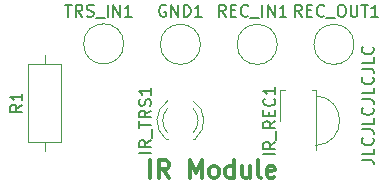
<source format=gto>
G04 #@! TF.GenerationSoftware,KiCad,Pcbnew,9.0.2*
G04 #@! TF.CreationDate,2025-06-20T02:48:36-04:00*
G04 #@! TF.ProjectId,IR_Prototype,49525f50-726f-4746-9f74-7970652e6b69,rev?*
G04 #@! TF.SameCoordinates,Original*
G04 #@! TF.FileFunction,Legend,Top*
G04 #@! TF.FilePolarity,Positive*
%FSLAX46Y46*%
G04 Gerber Fmt 4.6, Leading zero omitted, Abs format (unit mm)*
G04 Created by KiCad (PCBNEW 9.0.2) date 2025-06-20 02:48:36*
%MOMM*%
%LPD*%
G01*
G04 APERTURE LIST*
%ADD10C,0.152400*%
%ADD11C,0.300000*%
%ADD12C,0.150000*%
%ADD13C,0.120000*%
G04 APERTURE END LIST*
D10*
X62869694Y-48775927D02*
X63583979Y-48775927D01*
X63583979Y-48775927D02*
X63726836Y-48823546D01*
X63726836Y-48823546D02*
X63822075Y-48918784D01*
X63822075Y-48918784D02*
X63869694Y-49061641D01*
X63869694Y-49061641D02*
X63869694Y-49156879D01*
X63869694Y-47823546D02*
X63869694Y-48299736D01*
X63869694Y-48299736D02*
X62869694Y-48299736D01*
X63774455Y-46918784D02*
X63822075Y-46966403D01*
X63822075Y-46966403D02*
X63869694Y-47109260D01*
X63869694Y-47109260D02*
X63869694Y-47204498D01*
X63869694Y-47204498D02*
X63822075Y-47347355D01*
X63822075Y-47347355D02*
X63726836Y-47442593D01*
X63726836Y-47442593D02*
X63631598Y-47490212D01*
X63631598Y-47490212D02*
X63441122Y-47537831D01*
X63441122Y-47537831D02*
X63298265Y-47537831D01*
X63298265Y-47537831D02*
X63107789Y-47490212D01*
X63107789Y-47490212D02*
X63012551Y-47442593D01*
X63012551Y-47442593D02*
X62917313Y-47347355D01*
X62917313Y-47347355D02*
X62869694Y-47204498D01*
X62869694Y-47204498D02*
X62869694Y-47109260D01*
X62869694Y-47109260D02*
X62917313Y-46966403D01*
X62917313Y-46966403D02*
X62964932Y-46918784D01*
X62869694Y-46204498D02*
X63583979Y-46204498D01*
X63583979Y-46204498D02*
X63726836Y-46252117D01*
X63726836Y-46252117D02*
X63822075Y-46347355D01*
X63822075Y-46347355D02*
X63869694Y-46490212D01*
X63869694Y-46490212D02*
X63869694Y-46585450D01*
X63869694Y-45252117D02*
X63869694Y-45728307D01*
X63869694Y-45728307D02*
X62869694Y-45728307D01*
X63774455Y-44347355D02*
X63822075Y-44394974D01*
X63822075Y-44394974D02*
X63869694Y-44537831D01*
X63869694Y-44537831D02*
X63869694Y-44633069D01*
X63869694Y-44633069D02*
X63822075Y-44775926D01*
X63822075Y-44775926D02*
X63726836Y-44871164D01*
X63726836Y-44871164D02*
X63631598Y-44918783D01*
X63631598Y-44918783D02*
X63441122Y-44966402D01*
X63441122Y-44966402D02*
X63298265Y-44966402D01*
X63298265Y-44966402D02*
X63107789Y-44918783D01*
X63107789Y-44918783D02*
X63012551Y-44871164D01*
X63012551Y-44871164D02*
X62917313Y-44775926D01*
X62917313Y-44775926D02*
X62869694Y-44633069D01*
X62869694Y-44633069D02*
X62869694Y-44537831D01*
X62869694Y-44537831D02*
X62917313Y-44394974D01*
X62917313Y-44394974D02*
X62964932Y-44347355D01*
X62869694Y-43633069D02*
X63583979Y-43633069D01*
X63583979Y-43633069D02*
X63726836Y-43680688D01*
X63726836Y-43680688D02*
X63822075Y-43775926D01*
X63822075Y-43775926D02*
X63869694Y-43918783D01*
X63869694Y-43918783D02*
X63869694Y-44014021D01*
X63869694Y-42680688D02*
X63869694Y-43156878D01*
X63869694Y-43156878D02*
X62869694Y-43156878D01*
X63774455Y-41775926D02*
X63822075Y-41823545D01*
X63822075Y-41823545D02*
X63869694Y-41966402D01*
X63869694Y-41966402D02*
X63869694Y-42061640D01*
X63869694Y-42061640D02*
X63822075Y-42204497D01*
X63822075Y-42204497D02*
X63726836Y-42299735D01*
X63726836Y-42299735D02*
X63631598Y-42347354D01*
X63631598Y-42347354D02*
X63441122Y-42394973D01*
X63441122Y-42394973D02*
X63298265Y-42394973D01*
X63298265Y-42394973D02*
X63107789Y-42347354D01*
X63107789Y-42347354D02*
X63012551Y-42299735D01*
X63012551Y-42299735D02*
X62917313Y-42204497D01*
X62917313Y-42204497D02*
X62869694Y-42061640D01*
X62869694Y-42061640D02*
X62869694Y-41966402D01*
X62869694Y-41966402D02*
X62917313Y-41823545D01*
X62917313Y-41823545D02*
X62964932Y-41775926D01*
X62869694Y-41061640D02*
X63583979Y-41061640D01*
X63583979Y-41061640D02*
X63726836Y-41109259D01*
X63726836Y-41109259D02*
X63822075Y-41204497D01*
X63822075Y-41204497D02*
X63869694Y-41347354D01*
X63869694Y-41347354D02*
X63869694Y-41442592D01*
X63869694Y-40109259D02*
X63869694Y-40585449D01*
X63869694Y-40585449D02*
X62869694Y-40585449D01*
X63774455Y-39204497D02*
X63822075Y-39252116D01*
X63822075Y-39252116D02*
X63869694Y-39394973D01*
X63869694Y-39394973D02*
X63869694Y-39490211D01*
X63869694Y-39490211D02*
X63822075Y-39633068D01*
X63822075Y-39633068D02*
X63726836Y-39728306D01*
X63726836Y-39728306D02*
X63631598Y-39775925D01*
X63631598Y-39775925D02*
X63441122Y-39823544D01*
X63441122Y-39823544D02*
X63298265Y-39823544D01*
X63298265Y-39823544D02*
X63107789Y-39775925D01*
X63107789Y-39775925D02*
X63012551Y-39728306D01*
X63012551Y-39728306D02*
X62917313Y-39633068D01*
X62917313Y-39633068D02*
X62869694Y-39490211D01*
X62869694Y-39490211D02*
X62869694Y-39394973D01*
X62869694Y-39394973D02*
X62917313Y-39252116D01*
X62917313Y-39252116D02*
X62964932Y-39204497D01*
D11*
X44954510Y-50300828D02*
X44954510Y-48800828D01*
X46525939Y-50300828D02*
X46025939Y-49586542D01*
X45668796Y-50300828D02*
X45668796Y-48800828D01*
X45668796Y-48800828D02*
X46240225Y-48800828D01*
X46240225Y-48800828D02*
X46383082Y-48872257D01*
X46383082Y-48872257D02*
X46454511Y-48943685D01*
X46454511Y-48943685D02*
X46525939Y-49086542D01*
X46525939Y-49086542D02*
X46525939Y-49300828D01*
X46525939Y-49300828D02*
X46454511Y-49443685D01*
X46454511Y-49443685D02*
X46383082Y-49515114D01*
X46383082Y-49515114D02*
X46240225Y-49586542D01*
X46240225Y-49586542D02*
X45668796Y-49586542D01*
X48311653Y-50300828D02*
X48311653Y-48800828D01*
X48311653Y-48800828D02*
X48811653Y-49872257D01*
X48811653Y-49872257D02*
X49311653Y-48800828D01*
X49311653Y-48800828D02*
X49311653Y-50300828D01*
X50240225Y-50300828D02*
X50097368Y-50229400D01*
X50097368Y-50229400D02*
X50025939Y-50157971D01*
X50025939Y-50157971D02*
X49954511Y-50015114D01*
X49954511Y-50015114D02*
X49954511Y-49586542D01*
X49954511Y-49586542D02*
X50025939Y-49443685D01*
X50025939Y-49443685D02*
X50097368Y-49372257D01*
X50097368Y-49372257D02*
X50240225Y-49300828D01*
X50240225Y-49300828D02*
X50454511Y-49300828D01*
X50454511Y-49300828D02*
X50597368Y-49372257D01*
X50597368Y-49372257D02*
X50668797Y-49443685D01*
X50668797Y-49443685D02*
X50740225Y-49586542D01*
X50740225Y-49586542D02*
X50740225Y-50015114D01*
X50740225Y-50015114D02*
X50668797Y-50157971D01*
X50668797Y-50157971D02*
X50597368Y-50229400D01*
X50597368Y-50229400D02*
X50454511Y-50300828D01*
X50454511Y-50300828D02*
X50240225Y-50300828D01*
X52025940Y-50300828D02*
X52025940Y-48800828D01*
X52025940Y-50229400D02*
X51883082Y-50300828D01*
X51883082Y-50300828D02*
X51597368Y-50300828D01*
X51597368Y-50300828D02*
X51454511Y-50229400D01*
X51454511Y-50229400D02*
X51383082Y-50157971D01*
X51383082Y-50157971D02*
X51311654Y-50015114D01*
X51311654Y-50015114D02*
X51311654Y-49586542D01*
X51311654Y-49586542D02*
X51383082Y-49443685D01*
X51383082Y-49443685D02*
X51454511Y-49372257D01*
X51454511Y-49372257D02*
X51597368Y-49300828D01*
X51597368Y-49300828D02*
X51883082Y-49300828D01*
X51883082Y-49300828D02*
X52025940Y-49372257D01*
X53383083Y-49300828D02*
X53383083Y-50300828D01*
X52740225Y-49300828D02*
X52740225Y-50086542D01*
X52740225Y-50086542D02*
X52811654Y-50229400D01*
X52811654Y-50229400D02*
X52954511Y-50300828D01*
X52954511Y-50300828D02*
X53168797Y-50300828D01*
X53168797Y-50300828D02*
X53311654Y-50229400D01*
X53311654Y-50229400D02*
X53383083Y-50157971D01*
X54311654Y-50300828D02*
X54168797Y-50229400D01*
X54168797Y-50229400D02*
X54097368Y-50086542D01*
X54097368Y-50086542D02*
X54097368Y-48800828D01*
X55454511Y-50229400D02*
X55311654Y-50300828D01*
X55311654Y-50300828D02*
X55025940Y-50300828D01*
X55025940Y-50300828D02*
X54883082Y-50229400D01*
X54883082Y-50229400D02*
X54811654Y-50086542D01*
X54811654Y-50086542D02*
X54811654Y-49515114D01*
X54811654Y-49515114D02*
X54883082Y-49372257D01*
X54883082Y-49372257D02*
X55025940Y-49300828D01*
X55025940Y-49300828D02*
X55311654Y-49300828D01*
X55311654Y-49300828D02*
X55454511Y-49372257D01*
X55454511Y-49372257D02*
X55525940Y-49515114D01*
X55525940Y-49515114D02*
X55525940Y-49657971D01*
X55525940Y-49657971D02*
X54811654Y-49800828D01*
D12*
X37719048Y-35654819D02*
X38290476Y-35654819D01*
X38004762Y-36654819D02*
X38004762Y-35654819D01*
X39195238Y-36654819D02*
X38861905Y-36178628D01*
X38623810Y-36654819D02*
X38623810Y-35654819D01*
X38623810Y-35654819D02*
X39004762Y-35654819D01*
X39004762Y-35654819D02*
X39100000Y-35702438D01*
X39100000Y-35702438D02*
X39147619Y-35750057D01*
X39147619Y-35750057D02*
X39195238Y-35845295D01*
X39195238Y-35845295D02*
X39195238Y-35988152D01*
X39195238Y-35988152D02*
X39147619Y-36083390D01*
X39147619Y-36083390D02*
X39100000Y-36131009D01*
X39100000Y-36131009D02*
X39004762Y-36178628D01*
X39004762Y-36178628D02*
X38623810Y-36178628D01*
X39576191Y-36607200D02*
X39719048Y-36654819D01*
X39719048Y-36654819D02*
X39957143Y-36654819D01*
X39957143Y-36654819D02*
X40052381Y-36607200D01*
X40052381Y-36607200D02*
X40100000Y-36559580D01*
X40100000Y-36559580D02*
X40147619Y-36464342D01*
X40147619Y-36464342D02*
X40147619Y-36369104D01*
X40147619Y-36369104D02*
X40100000Y-36273866D01*
X40100000Y-36273866D02*
X40052381Y-36226247D01*
X40052381Y-36226247D02*
X39957143Y-36178628D01*
X39957143Y-36178628D02*
X39766667Y-36131009D01*
X39766667Y-36131009D02*
X39671429Y-36083390D01*
X39671429Y-36083390D02*
X39623810Y-36035771D01*
X39623810Y-36035771D02*
X39576191Y-35940533D01*
X39576191Y-35940533D02*
X39576191Y-35845295D01*
X39576191Y-35845295D02*
X39623810Y-35750057D01*
X39623810Y-35750057D02*
X39671429Y-35702438D01*
X39671429Y-35702438D02*
X39766667Y-35654819D01*
X39766667Y-35654819D02*
X40004762Y-35654819D01*
X40004762Y-35654819D02*
X40147619Y-35702438D01*
X40338096Y-36750057D02*
X41100000Y-36750057D01*
X41338096Y-36654819D02*
X41338096Y-35654819D01*
X41814286Y-36654819D02*
X41814286Y-35654819D01*
X41814286Y-35654819D02*
X42385714Y-36654819D01*
X42385714Y-36654819D02*
X42385714Y-35654819D01*
X43385714Y-36654819D02*
X42814286Y-36654819D01*
X43100000Y-36654819D02*
X43100000Y-35654819D01*
X43100000Y-35654819D02*
X43004762Y-35797676D01*
X43004762Y-35797676D02*
X42909524Y-35892914D01*
X42909524Y-35892914D02*
X42814286Y-35940533D01*
X57771428Y-36654819D02*
X57438095Y-36178628D01*
X57200000Y-36654819D02*
X57200000Y-35654819D01*
X57200000Y-35654819D02*
X57580952Y-35654819D01*
X57580952Y-35654819D02*
X57676190Y-35702438D01*
X57676190Y-35702438D02*
X57723809Y-35750057D01*
X57723809Y-35750057D02*
X57771428Y-35845295D01*
X57771428Y-35845295D02*
X57771428Y-35988152D01*
X57771428Y-35988152D02*
X57723809Y-36083390D01*
X57723809Y-36083390D02*
X57676190Y-36131009D01*
X57676190Y-36131009D02*
X57580952Y-36178628D01*
X57580952Y-36178628D02*
X57200000Y-36178628D01*
X58200000Y-36131009D02*
X58533333Y-36131009D01*
X58676190Y-36654819D02*
X58200000Y-36654819D01*
X58200000Y-36654819D02*
X58200000Y-35654819D01*
X58200000Y-35654819D02*
X58676190Y-35654819D01*
X59676190Y-36559580D02*
X59628571Y-36607200D01*
X59628571Y-36607200D02*
X59485714Y-36654819D01*
X59485714Y-36654819D02*
X59390476Y-36654819D01*
X59390476Y-36654819D02*
X59247619Y-36607200D01*
X59247619Y-36607200D02*
X59152381Y-36511961D01*
X59152381Y-36511961D02*
X59104762Y-36416723D01*
X59104762Y-36416723D02*
X59057143Y-36226247D01*
X59057143Y-36226247D02*
X59057143Y-36083390D01*
X59057143Y-36083390D02*
X59104762Y-35892914D01*
X59104762Y-35892914D02*
X59152381Y-35797676D01*
X59152381Y-35797676D02*
X59247619Y-35702438D01*
X59247619Y-35702438D02*
X59390476Y-35654819D01*
X59390476Y-35654819D02*
X59485714Y-35654819D01*
X59485714Y-35654819D02*
X59628571Y-35702438D01*
X59628571Y-35702438D02*
X59676190Y-35750057D01*
X59866667Y-36750057D02*
X60628571Y-36750057D01*
X61057143Y-35654819D02*
X61247619Y-35654819D01*
X61247619Y-35654819D02*
X61342857Y-35702438D01*
X61342857Y-35702438D02*
X61438095Y-35797676D01*
X61438095Y-35797676D02*
X61485714Y-35988152D01*
X61485714Y-35988152D02*
X61485714Y-36321485D01*
X61485714Y-36321485D02*
X61438095Y-36511961D01*
X61438095Y-36511961D02*
X61342857Y-36607200D01*
X61342857Y-36607200D02*
X61247619Y-36654819D01*
X61247619Y-36654819D02*
X61057143Y-36654819D01*
X61057143Y-36654819D02*
X60961905Y-36607200D01*
X60961905Y-36607200D02*
X60866667Y-36511961D01*
X60866667Y-36511961D02*
X60819048Y-36321485D01*
X60819048Y-36321485D02*
X60819048Y-35988152D01*
X60819048Y-35988152D02*
X60866667Y-35797676D01*
X60866667Y-35797676D02*
X60961905Y-35702438D01*
X60961905Y-35702438D02*
X61057143Y-35654819D01*
X61914286Y-35654819D02*
X61914286Y-36464342D01*
X61914286Y-36464342D02*
X61961905Y-36559580D01*
X61961905Y-36559580D02*
X62009524Y-36607200D01*
X62009524Y-36607200D02*
X62104762Y-36654819D01*
X62104762Y-36654819D02*
X62295238Y-36654819D01*
X62295238Y-36654819D02*
X62390476Y-36607200D01*
X62390476Y-36607200D02*
X62438095Y-36559580D01*
X62438095Y-36559580D02*
X62485714Y-36464342D01*
X62485714Y-36464342D02*
X62485714Y-35654819D01*
X62819048Y-35654819D02*
X63390476Y-35654819D01*
X63104762Y-36654819D02*
X63104762Y-35654819D01*
X64247619Y-36654819D02*
X63676191Y-36654819D01*
X63961905Y-36654819D02*
X63961905Y-35654819D01*
X63961905Y-35654819D02*
X63866667Y-35797676D01*
X63866667Y-35797676D02*
X63771429Y-35892914D01*
X63771429Y-35892914D02*
X63676191Y-35940533D01*
X46261904Y-35702438D02*
X46166666Y-35654819D01*
X46166666Y-35654819D02*
X46023809Y-35654819D01*
X46023809Y-35654819D02*
X45880952Y-35702438D01*
X45880952Y-35702438D02*
X45785714Y-35797676D01*
X45785714Y-35797676D02*
X45738095Y-35892914D01*
X45738095Y-35892914D02*
X45690476Y-36083390D01*
X45690476Y-36083390D02*
X45690476Y-36226247D01*
X45690476Y-36226247D02*
X45738095Y-36416723D01*
X45738095Y-36416723D02*
X45785714Y-36511961D01*
X45785714Y-36511961D02*
X45880952Y-36607200D01*
X45880952Y-36607200D02*
X46023809Y-36654819D01*
X46023809Y-36654819D02*
X46119047Y-36654819D01*
X46119047Y-36654819D02*
X46261904Y-36607200D01*
X46261904Y-36607200D02*
X46309523Y-36559580D01*
X46309523Y-36559580D02*
X46309523Y-36226247D01*
X46309523Y-36226247D02*
X46119047Y-36226247D01*
X46738095Y-36654819D02*
X46738095Y-35654819D01*
X46738095Y-35654819D02*
X47309523Y-36654819D01*
X47309523Y-36654819D02*
X47309523Y-35654819D01*
X47785714Y-36654819D02*
X47785714Y-35654819D01*
X47785714Y-35654819D02*
X48023809Y-35654819D01*
X48023809Y-35654819D02*
X48166666Y-35702438D01*
X48166666Y-35702438D02*
X48261904Y-35797676D01*
X48261904Y-35797676D02*
X48309523Y-35892914D01*
X48309523Y-35892914D02*
X48357142Y-36083390D01*
X48357142Y-36083390D02*
X48357142Y-36226247D01*
X48357142Y-36226247D02*
X48309523Y-36416723D01*
X48309523Y-36416723D02*
X48261904Y-36511961D01*
X48261904Y-36511961D02*
X48166666Y-36607200D01*
X48166666Y-36607200D02*
X48023809Y-36654819D01*
X48023809Y-36654819D02*
X47785714Y-36654819D01*
X49309523Y-36654819D02*
X48738095Y-36654819D01*
X49023809Y-36654819D02*
X49023809Y-35654819D01*
X49023809Y-35654819D02*
X48928571Y-35797676D01*
X48928571Y-35797676D02*
X48833333Y-35892914D01*
X48833333Y-35892914D02*
X48738095Y-35940533D01*
X51338095Y-36654819D02*
X51004762Y-36178628D01*
X50766667Y-36654819D02*
X50766667Y-35654819D01*
X50766667Y-35654819D02*
X51147619Y-35654819D01*
X51147619Y-35654819D02*
X51242857Y-35702438D01*
X51242857Y-35702438D02*
X51290476Y-35750057D01*
X51290476Y-35750057D02*
X51338095Y-35845295D01*
X51338095Y-35845295D02*
X51338095Y-35988152D01*
X51338095Y-35988152D02*
X51290476Y-36083390D01*
X51290476Y-36083390D02*
X51242857Y-36131009D01*
X51242857Y-36131009D02*
X51147619Y-36178628D01*
X51147619Y-36178628D02*
X50766667Y-36178628D01*
X51766667Y-36131009D02*
X52100000Y-36131009D01*
X52242857Y-36654819D02*
X51766667Y-36654819D01*
X51766667Y-36654819D02*
X51766667Y-35654819D01*
X51766667Y-35654819D02*
X52242857Y-35654819D01*
X53242857Y-36559580D02*
X53195238Y-36607200D01*
X53195238Y-36607200D02*
X53052381Y-36654819D01*
X53052381Y-36654819D02*
X52957143Y-36654819D01*
X52957143Y-36654819D02*
X52814286Y-36607200D01*
X52814286Y-36607200D02*
X52719048Y-36511961D01*
X52719048Y-36511961D02*
X52671429Y-36416723D01*
X52671429Y-36416723D02*
X52623810Y-36226247D01*
X52623810Y-36226247D02*
X52623810Y-36083390D01*
X52623810Y-36083390D02*
X52671429Y-35892914D01*
X52671429Y-35892914D02*
X52719048Y-35797676D01*
X52719048Y-35797676D02*
X52814286Y-35702438D01*
X52814286Y-35702438D02*
X52957143Y-35654819D01*
X52957143Y-35654819D02*
X53052381Y-35654819D01*
X53052381Y-35654819D02*
X53195238Y-35702438D01*
X53195238Y-35702438D02*
X53242857Y-35750057D01*
X53433334Y-36750057D02*
X54195238Y-36750057D01*
X54433334Y-36654819D02*
X54433334Y-35654819D01*
X54909524Y-36654819D02*
X54909524Y-35654819D01*
X54909524Y-35654819D02*
X55480952Y-36654819D01*
X55480952Y-36654819D02*
X55480952Y-35654819D01*
X56480952Y-36654819D02*
X55909524Y-36654819D01*
X56195238Y-36654819D02*
X56195238Y-35654819D01*
X56195238Y-35654819D02*
X56100000Y-35797676D01*
X56100000Y-35797676D02*
X56004762Y-35892914D01*
X56004762Y-35892914D02*
X55909524Y-35940533D01*
X34084819Y-44126666D02*
X33608628Y-44459999D01*
X34084819Y-44698094D02*
X33084819Y-44698094D01*
X33084819Y-44698094D02*
X33084819Y-44317142D01*
X33084819Y-44317142D02*
X33132438Y-44221904D01*
X33132438Y-44221904D02*
X33180057Y-44174285D01*
X33180057Y-44174285D02*
X33275295Y-44126666D01*
X33275295Y-44126666D02*
X33418152Y-44126666D01*
X33418152Y-44126666D02*
X33513390Y-44174285D01*
X33513390Y-44174285D02*
X33561009Y-44221904D01*
X33561009Y-44221904D02*
X33608628Y-44317142D01*
X33608628Y-44317142D02*
X33608628Y-44698094D01*
X34084819Y-43174285D02*
X34084819Y-43745713D01*
X34084819Y-43459999D02*
X33084819Y-43459999D01*
X33084819Y-43459999D02*
X33227676Y-43555237D01*
X33227676Y-43555237D02*
X33322914Y-43650475D01*
X33322914Y-43650475D02*
X33370533Y-43745713D01*
X44994819Y-48174285D02*
X43994819Y-48174285D01*
X44994819Y-47126667D02*
X44518628Y-47460000D01*
X44994819Y-47698095D02*
X43994819Y-47698095D01*
X43994819Y-47698095D02*
X43994819Y-47317143D01*
X43994819Y-47317143D02*
X44042438Y-47221905D01*
X44042438Y-47221905D02*
X44090057Y-47174286D01*
X44090057Y-47174286D02*
X44185295Y-47126667D01*
X44185295Y-47126667D02*
X44328152Y-47126667D01*
X44328152Y-47126667D02*
X44423390Y-47174286D01*
X44423390Y-47174286D02*
X44471009Y-47221905D01*
X44471009Y-47221905D02*
X44518628Y-47317143D01*
X44518628Y-47317143D02*
X44518628Y-47698095D01*
X45090057Y-46936191D02*
X45090057Y-46174286D01*
X43994819Y-46079047D02*
X43994819Y-45507619D01*
X44994819Y-45793333D02*
X43994819Y-45793333D01*
X44994819Y-44602857D02*
X44518628Y-44936190D01*
X44994819Y-45174285D02*
X43994819Y-45174285D01*
X43994819Y-45174285D02*
X43994819Y-44793333D01*
X43994819Y-44793333D02*
X44042438Y-44698095D01*
X44042438Y-44698095D02*
X44090057Y-44650476D01*
X44090057Y-44650476D02*
X44185295Y-44602857D01*
X44185295Y-44602857D02*
X44328152Y-44602857D01*
X44328152Y-44602857D02*
X44423390Y-44650476D01*
X44423390Y-44650476D02*
X44471009Y-44698095D01*
X44471009Y-44698095D02*
X44518628Y-44793333D01*
X44518628Y-44793333D02*
X44518628Y-45174285D01*
X44947200Y-44221904D02*
X44994819Y-44079047D01*
X44994819Y-44079047D02*
X44994819Y-43840952D01*
X44994819Y-43840952D02*
X44947200Y-43745714D01*
X44947200Y-43745714D02*
X44899580Y-43698095D01*
X44899580Y-43698095D02*
X44804342Y-43650476D01*
X44804342Y-43650476D02*
X44709104Y-43650476D01*
X44709104Y-43650476D02*
X44613866Y-43698095D01*
X44613866Y-43698095D02*
X44566247Y-43745714D01*
X44566247Y-43745714D02*
X44518628Y-43840952D01*
X44518628Y-43840952D02*
X44471009Y-44031428D01*
X44471009Y-44031428D02*
X44423390Y-44126666D01*
X44423390Y-44126666D02*
X44375771Y-44174285D01*
X44375771Y-44174285D02*
X44280533Y-44221904D01*
X44280533Y-44221904D02*
X44185295Y-44221904D01*
X44185295Y-44221904D02*
X44090057Y-44174285D01*
X44090057Y-44174285D02*
X44042438Y-44126666D01*
X44042438Y-44126666D02*
X43994819Y-44031428D01*
X43994819Y-44031428D02*
X43994819Y-43793333D01*
X43994819Y-43793333D02*
X44042438Y-43650476D01*
X44994819Y-42698095D02*
X44994819Y-43269523D01*
X44994819Y-42983809D02*
X43994819Y-42983809D01*
X43994819Y-42983809D02*
X44137676Y-43079047D01*
X44137676Y-43079047D02*
X44232914Y-43174285D01*
X44232914Y-43174285D02*
X44280533Y-43269523D01*
X55529819Y-48309523D02*
X54529819Y-48309523D01*
X55529819Y-47261905D02*
X55053628Y-47595238D01*
X55529819Y-47833333D02*
X54529819Y-47833333D01*
X54529819Y-47833333D02*
X54529819Y-47452381D01*
X54529819Y-47452381D02*
X54577438Y-47357143D01*
X54577438Y-47357143D02*
X54625057Y-47309524D01*
X54625057Y-47309524D02*
X54720295Y-47261905D01*
X54720295Y-47261905D02*
X54863152Y-47261905D01*
X54863152Y-47261905D02*
X54958390Y-47309524D01*
X54958390Y-47309524D02*
X55006009Y-47357143D01*
X55006009Y-47357143D02*
X55053628Y-47452381D01*
X55053628Y-47452381D02*
X55053628Y-47833333D01*
X55625057Y-47071429D02*
X55625057Y-46309524D01*
X55529819Y-45500000D02*
X55053628Y-45833333D01*
X55529819Y-46071428D02*
X54529819Y-46071428D01*
X54529819Y-46071428D02*
X54529819Y-45690476D01*
X54529819Y-45690476D02*
X54577438Y-45595238D01*
X54577438Y-45595238D02*
X54625057Y-45547619D01*
X54625057Y-45547619D02*
X54720295Y-45500000D01*
X54720295Y-45500000D02*
X54863152Y-45500000D01*
X54863152Y-45500000D02*
X54958390Y-45547619D01*
X54958390Y-45547619D02*
X55006009Y-45595238D01*
X55006009Y-45595238D02*
X55053628Y-45690476D01*
X55053628Y-45690476D02*
X55053628Y-46071428D01*
X55006009Y-45071428D02*
X55006009Y-44738095D01*
X55529819Y-44595238D02*
X55529819Y-45071428D01*
X55529819Y-45071428D02*
X54529819Y-45071428D01*
X54529819Y-45071428D02*
X54529819Y-44595238D01*
X55434580Y-43595238D02*
X55482200Y-43642857D01*
X55482200Y-43642857D02*
X55529819Y-43785714D01*
X55529819Y-43785714D02*
X55529819Y-43880952D01*
X55529819Y-43880952D02*
X55482200Y-44023809D01*
X55482200Y-44023809D02*
X55386961Y-44119047D01*
X55386961Y-44119047D02*
X55291723Y-44166666D01*
X55291723Y-44166666D02*
X55101247Y-44214285D01*
X55101247Y-44214285D02*
X54958390Y-44214285D01*
X54958390Y-44214285D02*
X54767914Y-44166666D01*
X54767914Y-44166666D02*
X54672676Y-44119047D01*
X54672676Y-44119047D02*
X54577438Y-44023809D01*
X54577438Y-44023809D02*
X54529819Y-43880952D01*
X54529819Y-43880952D02*
X54529819Y-43785714D01*
X54529819Y-43785714D02*
X54577438Y-43642857D01*
X54577438Y-43642857D02*
X54625057Y-43595238D01*
X55529819Y-42642857D02*
X55529819Y-43214285D01*
X55529819Y-42928571D02*
X54529819Y-42928571D01*
X54529819Y-42928571D02*
X54672676Y-43023809D01*
X54672676Y-43023809D02*
X54767914Y-43119047D01*
X54767914Y-43119047D02*
X54815533Y-43214285D01*
D13*
X42700000Y-38960000D02*
G75*
G02*
X39300000Y-38960000I-1700000J0D01*
G01*
X39300000Y-38960000D02*
G75*
G02*
X42700000Y-38960000I1700000J0D01*
G01*
X62200000Y-39000000D02*
G75*
G02*
X58800000Y-39000000I-1700000J0D01*
G01*
X58800000Y-39000000D02*
G75*
G02*
X62200000Y-39000000I1700000J0D01*
G01*
X49200000Y-39000000D02*
G75*
G02*
X45800000Y-39000000I-1700000J0D01*
G01*
X45800000Y-39000000D02*
G75*
G02*
X49200000Y-39000000I1700000J0D01*
G01*
X55700000Y-39000000D02*
G75*
G02*
X52300000Y-39000000I-1700000J0D01*
G01*
X52300000Y-39000000D02*
G75*
G02*
X55700000Y-39000000I1700000J0D01*
G01*
X36000000Y-48000000D02*
X36000000Y-47230000D01*
X36000000Y-39920000D02*
X36000000Y-40690000D01*
X34630000Y-47230000D02*
X37370000Y-47230000D01*
X37370000Y-40690000D01*
X34630000Y-40690000D01*
X34630000Y-47230000D01*
X46264000Y-47020000D02*
X46420000Y-47020000D01*
X48580000Y-47020000D02*
X48736000Y-47020000D01*
X46264484Y-47020000D02*
G75*
G02*
X46420000Y-43788563I1235516J1560000D01*
G01*
X46420000Y-46500961D02*
G75*
G02*
X46420000Y-44419039I1080000J1040961D01*
G01*
X48580000Y-44419039D02*
G75*
G02*
X48580000Y-46500961I-1080000J-1040961D01*
G01*
X48580000Y-43788563D02*
G75*
G02*
X48735516Y-47020000I-1080000J-1671437D01*
G01*
X55965000Y-42860000D02*
X55965000Y-45460000D01*
X56315000Y-42860000D02*
X55965000Y-42860000D01*
X58635000Y-42860000D02*
X58975000Y-42860000D01*
X58975000Y-42860000D02*
X58975000Y-47950000D01*
X58975000Y-43360000D02*
G75*
G02*
X58976736Y-47559917I-100000J-2100000D01*
G01*
M02*

</source>
